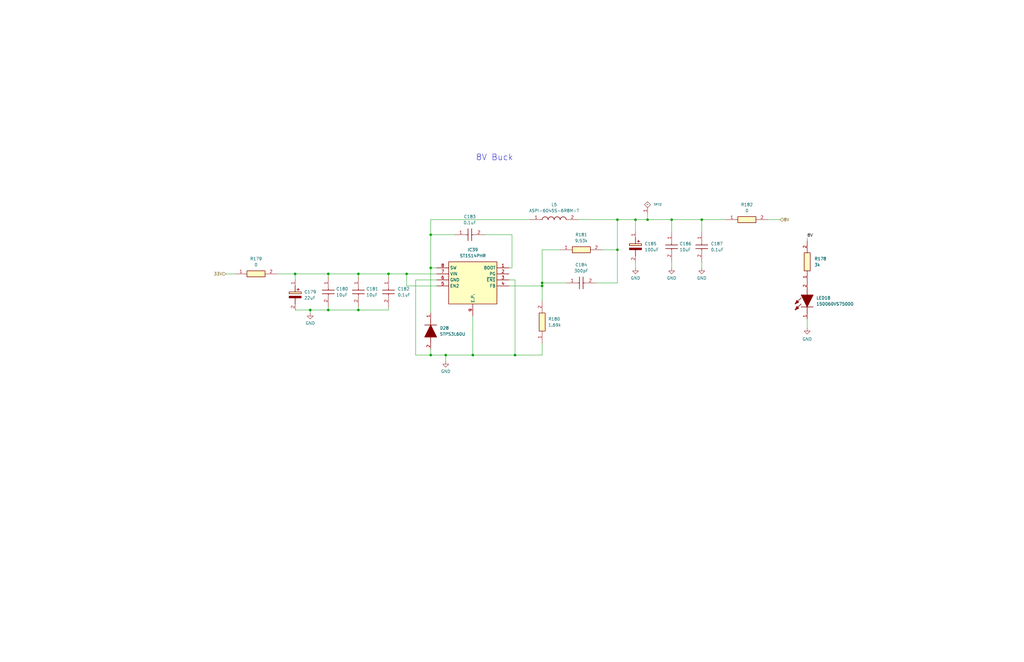
<source format=kicad_sch>
(kicad_sch (version 20231120) (generator "eeschema") (generator_version "8.0")
  (paper "B")
  (title_block (title "Audio System") (date "2025-02-06") (rev "P1") (company "Wolfe Engineering"))
  (lib_symbols
    (symbol "1 Audio Amp:150060VS75000" (pin_names hide)
      (property "Reference" "LED" (at 12.7 8.89 0))
      (property "Value" "150060VS75000" (at 12.7 6.35 0))
      (symbol "150060VS75000_1_1"
        (polyline (pts (xy 2.54 0) (xy 5.08 0)) (stroke (width 0.254)))
        (polyline (pts (xy 5.08 2.54) (xy 5.08 -2.54)) (stroke (width 0.254)))
        (polyline (pts (xy 6.35 2.54) (xy 3.81 5.08)) (stroke (width 0.254)))
        (polyline (pts (xy 8.89 2.54) (xy 6.35 5.08)) (stroke (width 0.254)))
        (polyline (pts (xy 10.16 0) (xy 12.7 0)) (stroke (width 0.254)))
        (polyline (pts (xy 5.08 0) (xy 10.16 2.54) (xy 10.16 -2.54) (xy 5.08 0)) (stroke (width 0.254)) (fill (type outline)))
        (polyline (pts (xy 5.334 4.318) (xy 4.572 3.556) (xy 3.81 5.08) (xy 5.334 4.318)) (stroke (width 0.254)) (fill (type outline)))
        (polyline (pts (xy 7.874 4.318) (xy 7.112 3.556) (xy 6.35 5.08) (xy 7.874 4.318)) (stroke (width 0.254)) (fill (type outline)))
        (pin passive line (at 0 0 0) (length 2.54) (name "K") (number "1"))
        (pin passive line (at 15.24 0 180) (length 2.54) (name "A") (number "2"))
      )
    )
    (symbol "1 Audio Amp:RC0603JR-070RL" (pin_names hide)
      (property "Reference" "R" (at 13.97 6.35 0))
      (property "Value" "RC0603JR-070RL" (at 13.97 3.81 0))
      (symbol "RC0603JR-070RL_1_1"
        (rectangle (start 5.08 1.27) (end 12.7 -1.27) (stroke (width 0.254)) (fill (type background)))
        (pin passive line (at 0 0 0) (length 5.08) (name "1") (number "1"))
        (pin passive line (at 17.78 0 180) (length 5.08) (name "2") (number "2"))
      )
    )
    (symbol "Audio System:865080343009" (pin_names hide)
      (property "Reference" "C" (at 8.89 6.35 0))
      (property "Value" "865080343009" (at 8.89 3.81 0))
      (symbol "865080343009_1_1"
        (polyline (pts (xy 2.54 0) (xy 5.08 0)) (stroke (width 0.254)))
        (polyline (pts (xy 4.064 1.778) (xy 4.064 0.762)) (stroke (width 0.254)))
        (polyline (pts (xy 4.572 1.27) (xy 3.556 1.27)) (stroke (width 0.254)))
        (polyline (pts (xy 7.62 0) (xy 10.16 0)) (stroke (width 0.254)))
        (polyline (pts (xy 7.62 2.54) (xy 7.62 -2.54) (xy 6.858 -2.54) (xy 6.858 2.54) (xy 7.62 2.54)) (stroke (width 0.254)) (fill (type outline)))
        (rectangle (start 5.08 2.54) (end 5.842 -2.54) (stroke (width 0.254)) (fill (type background)))
        (pin passive line (at 0 0 0) (length 2.54) (name "+") (number "1"))
        (pin passive line (at 12.7 0 180) (length 2.54) (name "-") (number "2"))
      )
    )
    (symbol "Audio System:ASPI-6045S-6R8M-T" (pin_names hide)
      (property "Reference" "L" (at 16.51 6.35 0))
      (property "Value" "ASPI-6045S-6R8M-T" (at 16.51 3.81 0))
      (symbol "ASPI-6045S-6R8M-T_1_1"
        (arc (start 7.62 0) (mid 6.35 1.219) (end 5.08 0) (stroke (width 0.254)))
        (arc (start 10.16 0) (mid 8.89 1.219) (end 7.62 0) (stroke (width 0.254)))
        (arc (start 12.7 0) (mid 11.43 1.219) (end 10.16 0) (stroke (width 0.254)))
        (arc (start 15.24 0) (mid 13.97 1.219) (end 12.7 0) (stroke (width 0.254)))
        (pin passive line (at 0 0 0) (length 5.08) (name "1") (number "1"))
        (pin passive line (at 20.32 0 180) (length 5.08) (name "2") (number "2"))
      )
    )
    (symbol "Audio System:C0603C104M5RACTU" (pin_names hide)
      (property "Reference" "C" (at 8.89 6.35 0))
      (property "Value" "C0603C104M5RACTU" (at 8.89 3.81 0))
      (symbol "C0603C104M5RACTU_1_1"
        (polyline (pts (xy 5.08 0) (xy 5.588 0)) (stroke (width 0.254)))
        (polyline (pts (xy 5.588 2.54) (xy 5.588 -2.54)) (stroke (width 0.254)))
        (polyline (pts (xy 7.112 0) (xy 7.62 0)) (stroke (width 0.254)))
        (polyline (pts (xy 7.112 2.54) (xy 7.112 -2.54)) (stroke (width 0.254)))
        (pin passive line (at 0 0 0) (length 5.08) (name "1") (number "1"))
        (pin passive line (at 12.7 0 180) (length 5.08) (name "2") (number "2"))
      )
    )
    (symbol "Audio System:CL31A106MBHNNNE" (pin_names hide)
      (property "Reference" "C" (at 8.89 6.35 0))
      (property "Value" "CL31A106MBHNNNE" (at 8.89 3.81 0))
      (symbol "CL31A106MBHNNNE_1_1"
        (polyline (pts (xy 5.08 0) (xy 5.588 0)) (stroke (width 0.254)))
        (polyline (pts (xy 5.588 2.54) (xy 5.588 -2.54)) (stroke (width 0.254)))
        (polyline (pts (xy 7.112 0) (xy 7.62 0)) (stroke (width 0.254)))
        (polyline (pts (xy 7.112 2.54) (xy 7.112 -2.54)) (stroke (width 0.254)))
        (pin passive line (at 0 0 0) (length 5.08) (name "1") (number "1"))
        (pin passive line (at 12.7 0 180) (length 5.08) (name "2") (number "2"))
      )
    )
    (symbol "Audio System:EEU-FR1H100B" (pin_names hide)
      (property "Reference" "C" (at 8.89 6.35 0))
      (property "Value" "EEU-FR1H100B" (at 8.89 3.81 0))
      (symbol "EEU-FR1H100B_1_1"
        (polyline (pts (xy 2.54 0) (xy 5.08 0)) (stroke (width 0.254)))
        (polyline (pts (xy 4.064 1.778) (xy 4.064 0.762)) (stroke (width 0.254)))
        (polyline (pts (xy 4.572 1.27) (xy 3.556 1.27)) (stroke (width 0.254)))
        (polyline (pts (xy 7.62 0) (xy 10.16 0)) (stroke (width 0.254)))
        (polyline (pts (xy 7.62 2.54) (xy 7.62 -2.54) (xy 6.858 -2.54) (xy 6.858 2.54) (xy 7.62 2.54)) (stroke (width 0.254)) (fill (type outline)))
        (rectangle (start 5.08 2.54) (end 5.842 -2.54) (stroke (width 0.254)) (fill (type background)))
        (pin passive line (at 0 0 0) (length 2.54) (name "+") (number "1"))
        (pin passive line (at 12.7 0 180) (length 2.54) (name "-") (number "2"))
      )
    )
    (symbol "Audio System:GCM1555C1H301JA16D" (pin_names hide)
      (property "Reference" "C" (at 8.89 6.35 0))
      (property "Value" "GCM1555C1H301JA16D" (at 8.89 3.81 0))
      (symbol "GCM1555C1H301JA16D_1_1"
        (polyline (pts (xy 5.08 0) (xy 5.588 0)) (stroke (width 0.254)))
        (polyline (pts (xy 5.588 2.54) (xy 5.588 -2.54)) (stroke (width 0.254)))
        (polyline (pts (xy 7.112 0) (xy 7.62 0)) (stroke (width 0.254)))
        (polyline (pts (xy 7.112 2.54) (xy 7.112 -2.54)) (stroke (width 0.254)))
        (pin passive line (at 0 0 0) (length 5.08) (name "1") (number "1"))
        (pin passive line (at 12.7 0 180) (length 5.08) (name "2") (number "2"))
      )
    )
    (symbol "Audio System:RC0603FR-071K69L" (pin_names hide)
      (property "Reference" "R" (at 13.97 6.35 0))
      (property "Value" "RC0603FR-071K69L" (at 13.97 3.81 0))
      (symbol "RC0603FR-071K69L_1_1"
        (rectangle (start 5.08 1.27) (end 12.7 -1.27) (stroke (width 0.254)) (fill (type background)))
        (pin passive line (at 0 0 0) (length 5.08) (name "1") (number "1"))
        (pin passive line (at 17.78 0 180) (length 5.08) (name "2") (number "2"))
      )
    )
    (symbol "Audio System:RC0603FR-073KL" (pin_names hide)
      (property "Reference" "R" (at 13.97 6.35 0))
      (property "Value" "RC0603FR-073KL" (at 13.97 3.81 0))
      (symbol "RC0603FR-073KL_1_1"
        (rectangle (start 5.08 1.27) (end 12.7 -1.27) (stroke (width 0.254)) (fill (type background)))
        (pin passive line (at 0 0 0) (length 5.08) (name "1") (number "1"))
        (pin passive line (at 17.78 0 180) (length 5.08) (name "2") (number "2"))
      )
    )
    (symbol "Audio System:RC0603FR-079K53L" (pin_names hide)
      (property "Reference" "R" (at 13.97 6.35 0))
      (property "Value" "RC0603FR-079K53L" (at 13.97 3.81 0))
      (symbol "RC0603FR-079K53L_1_1"
        (rectangle (start 5.08 1.27) (end 12.7 -1.27) (stroke (width 0.254)) (fill (type background)))
        (pin passive line (at 0 0 0) (length 5.08) (name "1") (number "1"))
        (pin passive line (at 17.78 0 180) (length 5.08) (name "2") (number "2"))
      )
    )
    (symbol "Audio System:ST1S14PHR"
      (property "Reference" "IC" (at 26.67 7.62 0))
      (property "Value" "ST1S14PHR" (at 26.67 5.08 0))
      (symbol "ST1S14PHR_1_1"
        (rectangle (start 5.08 2.54) (end 25.4 -15.24) (stroke (width 0.254)) (fill (type background)))
        (pin passive line (at 0 0 0) (length 5.08) (name "BOOT") (number "1"))
        (pin passive line (at 0 -2.54 0) (length 5.08) (name "PG") (number "2"))
        (pin passive line (at 0 -5.08 0) (length 5.08) (name "~{EN1}") (number "3"))
        (pin passive line (at 0 -7.62 0) (length 5.08) (name "FB") (number "4"))
        (pin passive line (at 30.48 -7.62 180) (length 5.08) (name "EN2") (number "5"))
        (pin passive line (at 30.48 -5.08 180) (length 5.08) (name "GND") (number "6"))
        (pin passive line (at 30.48 -2.54 180) (length 5.08) (name "VIN") (number "7"))
        (pin passive line (at 30.48 0 180) (length 5.08) (name "SW") (number "8"))
        (pin passive line (at 15.24 -20.32 90) (length 5.08) (name "E.P.") (number "9"))
      )
    )
    (symbol "Audio System:STPS3L60U" (pin_names hide)
      (property "Reference" "D" (at 11.43 5.08 0))
      (property "Value" "STPS3L60U" (at 11.43 2.54 0))
      (symbol "STPS3L60U_1_1"
        (polyline (pts (xy 2.54 0) (xy 5.08 0)) (stroke (width 0.254)))
        (polyline (pts (xy 5.08 2.54) (xy 5.08 -2.54)) (stroke (width 0.254)))
        (polyline (pts (xy 10.16 0) (xy 12.7 0)) (stroke (width 0.254)))
        (polyline (pts (xy 5.08 0) (xy 10.16 2.54) (xy 10.16 -2.54) (xy 5.08 0)) (stroke (width 0.254)) (fill (type outline)))
        (pin passive line (at 0 0 0) (length 2.54) (name "K") (number "1"))
        (pin passive line (at 15.24 0 180) (length 2.54) (name "A") (number "2"))
      )
    )
    (symbol "Audio System:TP"
      (property "Reference" "TP" (at 2.54 -1.27 0))
      (symbol "TP_0_1"
        (polyline (pts (xy 0 -1.27) (xy 1.27 0) (xy 0 1.27) (xy -1.27 0) (xy 0 -1.27)))
      )
      (symbol "TP_1_1"
        (pin input line (at 0 -3.81 90) (length 2.54) (name "") (number "1"))
      )
    )
    (symbol "GND_1" (power) (pin_names (offset 0))
      (property "Value" "GND" (at 0 -3.81 0))
      (symbol "GND_1_0_1"
        (polyline (pts (xy 0 0) (xy 0 -1.27) (xy 1.27 -1.27) (xy 0 -2.54) (xy -1.27 -1.27) (xy 0 -1.27)))
      )
      (symbol "GND_1_1_1"
        (pin power_in line (at 0 0 270) (length 0) hide (name "GND") (number "1"))
      )
    )
    (symbol "GND_2" (power) (pin_names (offset 0))
      (property "Value" "GND" (at 0 -3.81 0))
      (symbol "GND_2_0_1"
        (polyline (pts (xy 0 0) (xy 0 -1.27) (xy 1.27 -1.27) (xy 0 -2.54) (xy -1.27 -1.27) (xy 0 -1.27)))
      )
      (symbol "GND_2_1_1"
        (pin power_in line (at 0 0 270) (length 0) hide (name "GND") (number "1"))
      )
    )
    (symbol "GND_20" (power) (pin_names (offset 0))
      (property "Value" "GND" (at 0 -3.81 0))
      (symbol "GND_20_0_1"
        (polyline (pts (xy 0 0) (xy 0 -1.27) (xy 1.27 -1.27) (xy 0 -2.54) (xy -1.27 -1.27) (xy 0 -1.27)))
      )
      (symbol "GND_20_1_1"
        (pin power_in line (at 0 0 270) (length 0) hide (name "GND") (number "1"))
      )
    )
    (symbol "GND_3" (power) (pin_names (offset 0))
      (property "Value" "GND" (at 0 -3.81 0))
      (symbol "GND_3_0_1"
        (polyline (pts (xy 0 0) (xy 0 -1.27) (xy 1.27 -1.27) (xy 0 -2.54) (xy -1.27 -1.27) (xy 0 -1.27)))
      )
      (symbol "GND_3_1_1"
        (pin power_in line (at 0 0 270) (length 0) hide (name "GND") (number "1"))
      )
    )
    (symbol "GND_4" (power) (pin_names (offset 0))
      (property "Value" "GND" (at 0 -3.81 0))
      (symbol "GND_4_0_1"
        (polyline (pts (xy 0 0) (xy 0 -1.27) (xy 1.27 -1.27) (xy 0 -2.54) (xy -1.27 -1.27) (xy 0 -1.27)))
      )
      (symbol "GND_4_1_1"
        (pin power_in line (at 0 0 270) (length 0) hide (name "GND") (number "1"))
      )
    )
    (symbol "power:GND" (power) (pin_names (offset 0))
      (property "Value" "GND" (at 0 -3.81 0))
      (symbol "GND_0_1"
        (polyline (pts (xy 0 0) (xy 0 -1.27) (xy 1.27 -1.27) (xy 0 -2.54) (xy -1.27 -1.27) (xy 0 -1.27)))
      )
      (symbol "GND_1_1"
        (pin power_in line (at 0 0 270) (length 0) hide (name "GND") (number "1"))
      )
    )
  )
  (junction (at 151.13 130.81))
  (junction (at 228.6 120.65))
  (junction (at 187.96 149.86))
  (junction (at 171.45 115.57))
  (junction (at 283.21 92.71))
  (junction (at 260.35 105.41))
  (junction (at 228.6 119.38))
  (junction (at 295.91 92.71))
  (junction (at 181.61 99.06))
  (junction (at 181.61 149.86))
  (junction (at 124.46 115.57))
  (junction (at 199.39 149.86))
  (junction (at 138.43 115.57))
  (junction (at 130.81 130.81))
  (junction (at 151.13 115.57))
  (junction (at 267.97 92.71))
  (junction (at 163.83 115.57))
  (junction (at 181.61 113.03))
  (junction (at 260.35 92.71))
  (junction (at 273.05 92.71))
  (junction (at 138.43 130.81))
  (junction (at 217.17 149.86))
  (wire (pts (xy 124.46 130.81) (xy 130.81 130.81)))
  (wire (pts (xy 283.21 110.49) (xy 283.21 113.03)))
  (wire (pts (xy 181.61 92.71) (xy 223.52 92.71)))
  (wire (pts (xy 181.61 99.06) (xy 181.61 113.03)))
  (wire (pts (xy 138.43 129.54) (xy 138.43 130.81)))
  (wire (pts (xy 191.77 99.06) (xy 181.61 99.06)))
  (wire (pts (xy 171.45 120.65) (xy 171.45 115.57)))
  (wire (pts (xy 181.61 113.03) (xy 184.15 113.03)))
  (wire (pts (xy 163.83 129.54) (xy 163.83 130.81)))
  (wire (pts (xy 130.81 130.81) (xy 130.81 132.08)))
  (wire (pts (xy 184.15 118.11) (xy 175.26 118.11)))
  (wire (pts (xy 228.6 149.86) (xy 228.6 144.78)))
  (wire (pts (xy 214.63 120.65) (xy 228.6 120.65)))
  (wire (pts (xy 175.26 118.11) (xy 175.26 149.86)))
  (wire (pts (xy 163.83 130.81) (xy 151.13 130.81)))
  (wire (pts (xy 181.61 99.06) (xy 181.61 92.71)))
  (wire (pts (xy 267.97 92.71) (xy 273.05 92.71)))
  (wire (pts (xy 295.91 92.71) (xy 295.91 97.79)))
  (wire (pts (xy 187.96 149.86) (xy 187.96 152.4)))
  (wire (pts (xy 267.97 92.71) (xy 267.97 97.79)))
  (wire (pts (xy 267.97 110.49) (xy 267.97 113.03)))
  (wire (pts (xy 228.6 105.41) (xy 228.6 119.38)))
  (wire (pts (xy 163.83 115.57) (xy 163.83 116.84)))
  (wire (pts (xy 295.91 110.49) (xy 295.91 113.03)))
  (wire (pts (xy 340.36 100.33) (xy 340.36 101.6)))
  (wire (pts (xy 181.61 147.32) (xy 181.61 149.86)))
  (wire (pts (xy 151.13 116.84) (xy 151.13 115.57)))
  (wire (pts (xy 228.6 149.86) (xy 217.17 149.86)))
  (wire (pts (xy 254 105.41) (xy 260.35 105.41)))
  (wire (pts (xy 243.84 92.71) (xy 260.35 92.71)))
  (wire (pts (xy 181.61 149.86) (xy 175.26 149.86)))
  (wire (pts (xy 260.35 92.71) (xy 260.35 105.41)))
  (wire (pts (xy 215.9 99.06) (xy 204.47 99.06)))
  (wire (pts (xy 215.9 113.03) (xy 215.9 99.06)))
  (wire (pts (xy 151.13 115.57) (xy 163.83 115.57)))
  (wire (pts (xy 217.17 149.86) (xy 199.39 149.86)))
  (wire (pts (xy 124.46 115.57) (xy 124.46 118.11)))
  (wire (pts (xy 184.15 120.65) (xy 171.45 120.65)))
  (wire (pts (xy 228.6 120.65) (xy 228.6 127)))
  (wire (pts (xy 138.43 130.81) (xy 151.13 130.81)))
  (wire (pts (xy 273.05 90.17) (xy 273.05 92.71)))
  (wire (pts (xy 295.91 92.71) (xy 306.07 92.71)))
  (wire (pts (xy 181.61 113.03) (xy 181.61 132.08)))
  (wire (pts (xy 163.83 115.57) (xy 171.45 115.57)))
  (wire (pts (xy 199.39 133.35) (xy 199.39 149.86)))
  (wire (pts (xy 138.43 116.84) (xy 138.43 115.57)))
  (wire (pts (xy 214.63 113.03) (xy 215.9 113.03)))
  (wire (pts (xy 217.17 118.11) (xy 217.17 149.86)))
  (wire (pts (xy 214.63 118.11) (xy 217.17 118.11)))
  (wire (pts (xy 283.21 92.71) (xy 295.91 92.71)))
  (wire (pts (xy 228.6 119.38) (xy 228.6 120.65)))
  (wire (pts (xy 238.76 119.38) (xy 228.6 119.38)))
  (wire (pts (xy 124.46 115.57) (xy 138.43 115.57)))
  (wire (pts (xy 171.45 115.57) (xy 184.15 115.57)))
  (wire (pts (xy 151.13 130.81) (xy 151.13 129.54)))
  (wire (pts (xy 130.81 130.81) (xy 138.43 130.81)))
  (wire (pts (xy 95.25 115.57) (xy 99.06 115.57)))
  (wire (pts (xy 283.21 92.71) (xy 283.21 97.79)))
  (wire (pts (xy 187.96 149.86) (xy 199.39 149.86)))
  (wire (pts (xy 260.35 92.71) (xy 267.97 92.71)))
  (wire (pts (xy 251.46 119.38) (xy 260.35 119.38)))
  (wire (pts (xy 260.35 105.41) (xy 260.35 119.38)))
  (wire (pts (xy 236.22 105.41) (xy 228.6 105.41)))
  (wire (pts (xy 273.05 92.71) (xy 283.21 92.71)))
  (wire (pts (xy 138.43 115.57) (xy 151.13 115.57)))
  (wire (pts (xy 340.36 134.62) (xy 340.36 138.43)))
  (wire (pts (xy 187.96 149.86) (xy 181.61 149.86)))
  (wire (pts (xy 116.84 115.57) (xy 124.46 115.57)))
  (wire (pts (xy 323.85 92.71) (xy 328.93 92.71)))
  (text "8V Buck" (at 208.534 66.548 0) (effects (font (size 2.54 2.54))))
  (label "8V" (at 340.36 100.33 0))
  (hierarchical_label "8V" (shape input) (at 328.93 92.71 0))
  (hierarchical_label "33V" (shape input) (at 95.25 115.57 180))
  (symbol (lib_id "power:GND") (at 295.91 113.03 0) (unit 1)
    (property "Reference" "#PWR0235" (effects (hide yes)))
    (property "Value" "GND" (at 295.91 117.348 0))
  )
  (symbol (lib_name "GND_4") (lib_id "power:GND") (at 283.21 113.03 0) (unit 1)
    (property "Reference" "#PWR0234" (effects (hide yes)))
    (property "Value" "GND" (at 283.21 117.348 0))
  )
  (symbol (lib_name "GND_2") (lib_id "power:GND") (at 130.81 132.08 0) (unit 1)
    (property "Reference" "#PWR0231" (effects (hide yes)))
    (property "Value" "GND" (at 130.81 136.398 0))
  )
  (symbol (lib_id "Audio System:CL31A106MBHNNNE") (at 283.21 97.79 270) (unit 1)
    (property "Reference" "C186" (at 286.512 102.87 90) (effects (justify left)))
    (property "Value" "10uF" (at 286.512 105.41 90) (effects (justify left)))
    (property "Footprint" "1 Audio Amp:CAPC3216X180N" (effects (hide yes)))
    (property "Datasheet" "https://media.digikey.com/pdf/Data%20Sheets/Samsung%20PDFs/CL_Series_MLCC_ds.pdf" (effects (hide yes)))
    (property "Height" "1.8" (effects (hide yes)))
    (property "Manufacturer_Name" "SAMSUNG" (effects (hide yes)))
    (property "Manufacturer_Part_Number" "CL31A106MBHNNNE" (effects (hide yes)))
    (property "Mouser Part Number" "187-CL31A106MBHNNNE" (effects (hide yes)))
    (property "Mouser Price/Stock" "https://www.mouser.co.uk/ProductDetail/Samsung-Electro-Mechanics/CL31A106MBHNNNE?qs=vLWxofP3U2ynwxdpGjlUyw%3D%3D" (effects (hide yes)))
    (property "Arrow Part Number" "CL31A106MBHNNNE" (effects (hide yes)))
    (property "Arrow Price/Stock" "https://www.arrow.com/en/products/cl31a106mbhnnne/samsung-electro-mechanics?region=nac" (effects (hide yes)))
  )
  (symbol (lib_id "Audio System:GCM1555C1H301JA16D") (at 238.76 119.38 0) (unit 1)
    (property "Reference" "C184" (at 245.11 111.76 0))
    (property "Value" "300pF" (at 245.11 114.3 0))
    (property "Footprint" "1 Audio Amp:GCM155" (effects (hide yes)))
    (property "Datasheet" "https://search.murata.co.jp/Ceramy/image/img/A01X/G101/ENG/GCM1555C1H301JA16-01.pdf" (effects (hide yes)))
    (property "Height" "0.55" (effects (hide yes)))
    (property "Manufacturer_Name" "Murata Electronics" (effects (hide yes)))
    (property "Manufacturer_Part_Number" "GCM1555C1H301JA16D" (effects (hide yes)))
    (property "Mouser Part Number" "81-GCM1555C1H301JA6D" (effects (hide yes)))
    (property "Mouser Price/Stock" "https://www.mouser.com/Search/Refine.aspx?Keyword=81-GCM1555C1H301JA6D" (effects (hide yes)))
  )
  (symbol (lib_id "Audio System:ST1S14PHR") (at 214.63 113.03 0) (mirror y) (unit 1)
    (property "Reference" "IC39" (at 199.39 105.41 0))
    (property "Value" "ST1S14PHR" (at 199.39 107.95 0))
    (property "Footprint" "1 Audio Amp:SOIC127P600X175-9N" (effects (hide yes)))
    (property "Datasheet" "http://www.st.com/web/en/resource/technical/document/datasheet/CD00285678.pdf" (effects (hide yes)))
    (property "Height" "1.75" (effects (hide yes)))
    (property "Manufacturer_Name" "STMicroelectronics" (effects (hide yes)))
    (property "Manufacturer_Part_Number" "ST1S14PHR" (effects (hide yes)))
    (property "Mouser Part Number" "511-ST1S14PHR" (effects (hide yes)))
    (property "Mouser Price/Stock" "https://www.mouser.co.uk/ProductDetail/STMicroelectronics/ST1S14PHR?qs=NQm4g1eHia4Ogn8sLa%252BqDg%3D%3D" (effects (hide yes)))
    (property "Arrow Part Number" "ST1S14PHR" (effects (hide yes)))
    (property "Arrow Price/Stock" "https://www.arrow.com/en/products/st1s14phr/stmicroelectronics?region=europe" (effects (hide yes)))
  )
  (symbol (lib_id "Audio System:ASPI-6045S-6R8M-T") (at 223.52 92.71 0) (unit 1)
    (property "Reference" "L5" (at 233.68 86.36 0))
    (property "Value" "ASPI-6045S-6R8M-T" (at 233.68 88.9 0))
    (property "Footprint" "1 Audio Amp:ASPI-6045S" (effects (hide yes)))
    (property "Datasheet" "https://abracon.com/Magnetics/power/ASPI-6045S.pdf" (effects (hide yes)))
    (property "Height" "4.5" (effects (hide yes)))
    (property "Manufacturer_Name" "ABRACON" (effects (hide yes)))
    (property "Manufacturer_Part_Number" "ASPI-6045S-6R8M-T" (effects (hide yes)))
    (property "Mouser Part Number" "815-ASPI-6045S-6R8MT" (effects (hide yes)))
    (property "Mouser Price/Stock" "https://www.mouser.co.uk/ProductDetail/ABRACON/ASPI-6045S-6R8M-T?qs=Y3s8Jkk9bu9mAbWIGyDq8w%3D%3D" (effects (hide yes)))
    (property "Arrow Part Number" "ASPI-6045S-6R8M-T" (effects (hide yes)))
    (property "Arrow Price/Stock" "https://www.arrow.com/en/products/aspi-6045s-6r8m-t/abracon?region=europe" (effects (hide yes)))
  )
  (symbol (lib_name "GND_1") (lib_id "power:GND") (at 187.96 152.4 0) (unit 1)
    (property "Reference" "#PWR0232" (effects (hide yes)))
    (property "Value" "GND" (at 187.96 156.718 0))
  )
  (symbol (lib_id "Audio System:RC0603FR-079K53L") (at 236.22 105.41 0) (unit 1)
    (property "Reference" "R181" (at 245.11 99.06 0))
    (property "Value" "9.53k" (at 245.11 101.6 0))
    (property "Footprint" "1 Audio Amp:RESC1608X55N" (effects (hide yes)))
    (property "Datasheet" "http://www.yageo.com/documents/recent/PYu-RC0603_51_RoHS_L_v5.pdf" (effects (hide yes)))
    (property "Height" "0.55" (effects (hide yes)))
    (property "Manufacturer_Name" "KEMET" (effects (hide yes)))
    (property "Manufacturer_Part_Number" "RC0603FR-079K53L" (effects (hide yes)))
    (property "Mouser Part Number" "603-RC0603FR-079K53L" (effects (hide yes)))
    (property "Mouser Price/Stock" "https://www.mouser.co.uk/ProductDetail/Yageo/RC0603FR-079K53L?qs=2cAdsCoAWREFD9FeX3CIhg%3D%3D" (effects (hide yes)))
    (property "Arrow Part Number" "RC0603FR-079K53L" (effects (hide yes)))
    (property "Arrow Price/Stock" "https://www.arrow.com/en/products/rc0603fr-079k53l/yageo" (effects (hide yes)))
  )
  (symbol (lib_id "1 Audio Amp:RC0603JR-070RL") (at 99.06 115.57 0) (unit 1)
    (property "Reference" "R179" (at 107.95 109.22 0))
    (property "Value" "0" (at 107.95 111.76 0))
    (property "Footprint" "1 Audio Amp:RESC1608X55N" (effects (hide yes)))
    (property "Datasheet" "https://componentsearchengine.com/Datasheets/2/RC0603JR-070RL.pdf" (effects (hide yes)))
    (property "Description" "Yageo 0, 0603 (1608M) Thick Film SMD Resistor - RC0603JR-070RL" (effects (hide yes)))
    (property "Height" "0.55" (effects (hide yes)))
    (property "Manufacturer_Name" "YAGEO" (effects (hide yes)))
    (property "Manufacturer_Part_Number" "RC0603JR-070RL" (effects (hide yes)))
    (property "Mouser Part Number" "603-RC0603JR-070RL" (effects (hide yes)))
    (property "Mouser Price/Stock" "https://www.mouser.co.uk/ProductDetail/YAGEO/RC0603JR-070RL?qs=2cAdsCoAWRGWyPcuXgGiXQ%3D%3D" (effects (hide yes)))
    (property "Arrow Part Number" "RC0603JR-070RL" (effects (hide yes)))
    (property "Arrow Price/Stock" "https://www.arrow.com/en/products/rc0603jr-070rl/yageo?utm_currency=USD&region=nac" (effects (hide yes)))
  )
  (symbol (lib_id "Audio System:EEU-FR1H100B") (at 124.46 118.11 270) (unit 1)
    (property "Reference" "C179" (at 128.27 123.19 90) (effects (justify left)))
    (property "Value" "22uF" (at 128.27 125.73 90) (effects (justify left)))
    (property "Footprint" "1 Audio Amp:CAPPRD200W55D500H1250" (effects (hide yes)))
    (property "Datasheet" "http://industrial.panasonic.com/cdbs/www-data/pdf/RDF0000/ABA0000C1259.pdf" (effects (hide yes)))
    (property "Height" "12.5" (effects (hide yes)))
    (property "Manufacturer_Name" "Panasonic" (effects (hide yes)))
    (property "Manufacturer_Part_Number" "EEU-FR1H100B" (effects (hide yes)))
    (property "Mouser Part Number" "667-EEU-FR1H100B" (effects (hide yes)))
    (property "Mouser Price/Stock" "https://www.mouser.co.uk/ProductDetail/Panasonic/EEU-FR1H100B?qs=tfZGHB2PWd1xuGJO0KXeNw%3D%3D" (effects (hide yes)))
    (property "Arrow Part Number" "EEU-FR1H100B" (effects (hide yes)))
    (property "Arrow Price/Stock" "https://www.arrow.com/en/products/eeu-fr1h100b/panasonic?region=nac" (effects (hide yes)))
  )
  (symbol (lib_id "Audio System:CL31A106MBHNNNE") (at 151.13 116.84 270) (unit 1)
    (property "Reference" "C181" (at 154.432 121.92 90) (effects (justify left)))
    (property "Value" "10uF" (at 154.432 124.46 90) (effects (justify left)))
    (property "Footprint" "1 Audio Amp:CAPC3216X180N" (effects (hide yes)))
    (property "Datasheet" "https://media.digikey.com/pdf/Data%20Sheets/Samsung%20PDFs/CL_Series_MLCC_ds.pdf" (effects (hide yes)))
    (property "Height" "1.8" (effects (hide yes)))
    (property "Manufacturer_Name" "SAMSUNG" (effects (hide yes)))
    (property "Manufacturer_Part_Number" "CL31A106MBHNNNE" (effects (hide yes)))
    (property "Mouser Part Number" "187-CL31A106MBHNNNE" (effects (hide yes)))
    (property "Mouser Price/Stock" "https://www.mouser.co.uk/ProductDetail/Samsung-Electro-Mechanics/CL31A106MBHNNNE?qs=vLWxofP3U2ynwxdpGjlUyw%3D%3D" (effects (hide yes)))
    (property "Arrow Part Number" "CL31A106MBHNNNE" (effects (hide yes)))
    (property "Arrow Price/Stock" "https://www.arrow.com/en/products/cl31a106mbhnnne/samsung-electro-mechanics?region=nac" (effects (hide yes)))
  )
  (symbol (lib_id "Audio System:C0603C104M5RACTU") (at 295.91 97.79 270) (unit 1)
    (property "Reference" "C187" (at 299.72 102.87 90) (effects (justify left)))
    (property "Value" "0.1uF" (at 299.72 105.41 90) (effects (justify left)))
    (property "Footprint" "1 Audio Amp:C0603" (effects (hide yes)))
    (property "Datasheet" "https://content.kemet.com/datasheets/KEM_C1002_X7R_SMD.pdf" (effects (hide yes)))
    (property "Height" "0.87" (effects (hide yes)))
    (property "Manufacturer_Name" "KEMET" (effects (hide yes)))
    (property "Manufacturer_Part_Number" "C0603C104M5RACTU" (effects (hide yes)))
    (property "Mouser Part Number" "80-C0603C104M5R" (effects (hide yes)))
    (property "Mouser Price/Stock" "https://www.mouser.co.uk/ProductDetail/KEMET/C0603C104M5RACTU?qs=YkRtRX%252BfoqJT%252B0m410IP4A%3D%3D" (effects (hide yes)))
    (property "Arrow Part Number" "C0603C104M5RACTU" (effects (hide yes)))
    (property "Arrow Price/Stock" "https://www.arrow.com/en/products/c0603c104m5ractu/kemet-corporation?utm_currency=USD&region=nac" (effects (hide yes)))
  )
  (symbol (lib_id "Audio System:RC0603FR-073KL") (at 340.36 119.38 90) (unit 1)
    (property "Reference" "R178" (at 343.408 109.22 90) (effects (justify right)))
    (property "Value" "3k" (at 343.408 111.76 90) (effects (justify right)))
    (property "Footprint" "1 Audio Amp:RESC1608X55N" (effects (hide yes)))
    (property "Datasheet" "http://www.yageo.com/documents/recent/PYu-RC0603_51_RoHS_L_v5.pdf" (effects (hide yes)))
    (property "Height" "0.55" (effects (hide yes)))
    (property "Manufacturer_Name" "KEMET" (effects (hide yes)))
    (property "Manufacturer_Part_Number" "RC0603FR-073KL" (effects (hide yes)))
    (property "Mouser Part Number" "603-RC0603FR-073KL" (effects (hide yes)))
    (property "Mouser Price/Stock" "https://www.mouser.co.uk/ProductDetail/YAGEO/RC0603FR-073KL?qs=gt6vzsuosg28N5hJbu0EKA%3D%3D" (effects (hide yes)))
  )
  (symbol (lib_id "Audio System:CL31A106MBHNNNE") (at 138.43 116.84 270) (unit 1)
    (property "Reference" "C180" (at 141.732 121.92 90) (effects (justify left)))
    (property "Value" "10uF" (at 141.732 124.46 90) (effects (justify left)))
    (property "Footprint" "1 Audio Amp:CAPC3216X180N" (effects (hide yes)))
    (property "Datasheet" "https://media.digikey.com/pdf/Data%20Sheets/Samsung%20PDFs/CL_Series_MLCC_ds.pdf" (effects (hide yes)))
    (property "Height" "1.8" (effects (hide yes)))
    (property "Manufacturer_Name" "SAMSUNG" (effects (hide yes)))
    (property "Manufacturer_Part_Number" "CL31A106MBHNNNE" (effects (hide yes)))
    (property "Mouser Part Number" "187-CL31A106MBHNNNE" (effects (hide yes)))
    (property "Mouser Price/Stock" "https://www.mouser.co.uk/ProductDetail/Samsung-Electro-Mechanics/CL31A106MBHNNNE?qs=vLWxofP3U2ynwxdpGjlUyw%3D%3D" (effects (hide yes)))
    (property "Arrow Part Number" "CL31A106MBHNNNE" (effects (hide yes)))
    (property "Arrow Price/Stock" "https://www.arrow.com/en/products/cl31a106mbhnnne/samsung-electro-mechanics?region=nac" (effects (hide yes)))
  )
  (symbol (lib_id "1 Audio Amp:RC0603JR-070RL") (at 306.07 92.71 0) (unit 1)
    (property "Reference" "R182" (at 314.96 86.36 0))
    (property "Value" "0" (at 314.96 88.9 0))
    (property "Footprint" "1 Audio Amp:RESC1608X55N" (effects (hide yes)))
    (property "Datasheet" "https://componentsearchengine.com/Datasheets/2/RC0603JR-070RL.pdf" (effects (hide yes)))
    (property "Description" "Yageo 0, 0603 (1608M) Thick Film SMD Resistor - RC0603JR-070RL" (effects (hide yes)))
    (property "Height" "0.55" (effects (hide yes)))
    (property "Manufacturer_Name" "YAGEO" (effects (hide yes)))
    (property "Manufacturer_Part_Number" "RC0603JR-070RL" (effects (hide yes)))
    (property "Mouser Part Number" "603-RC0603JR-070RL" (effects (hide yes)))
    (property "Mouser Price/Stock" "https://www.mouser.co.uk/ProductDetail/YAGEO/RC0603JR-070RL?qs=2cAdsCoAWRGWyPcuXgGiXQ%3D%3D" (effects (hide yes)))
    (property "Arrow Part Number" "RC0603JR-070RL" (effects (hide yes)))
    (property "Arrow Price/Stock" "https://www.arrow.com/en/products/rc0603jr-070rl/yageo?utm_currency=USD&region=nac" (effects (hide yes)))
  )
  (symbol (lib_id "Audio System:C0603C104M5RACTU") (at 163.83 116.84 270) (unit 1)
    (property "Reference" "C182" (at 167.64 121.92 90) (effects (justify left)))
    (property "Value" "0.1uF" (at 167.64 124.46 90) (effects (justify left)))
    (property "Footprint" "1 Audio Amp:C0603" (effects (hide yes)))
    (property "Datasheet" "https://content.kemet.com/datasheets/KEM_C1002_X7R_SMD.pdf" (effects (hide yes)))
    (property "Height" "0.87" (effects (hide yes)))
    (property "Manufacturer_Name" "KEMET" (effects (hide yes)))
    (property "Manufacturer_Part_Number" "C0603C104M5RACTU" (effects (hide yes)))
    (property "Mouser Part Number" "80-C0603C104M5R" (effects (hide yes)))
    (property "Mouser Price/Stock" "https://www.mouser.co.uk/ProductDetail/KEMET/C0603C104M5RACTU?qs=YkRtRX%252BfoqJT%252B0m410IP4A%3D%3D" (effects (hide yes)))
    (property "Arrow Part Number" "C0603C104M5RACTU" (effects (hide yes)))
    (property "Arrow Price/Stock" "https://www.arrow.com/en/products/c0603c104m5ractu/kemet-corporation?utm_currency=USD&region=nac" (effects (hide yes)))
  )
  (symbol (lib_id "1 Audio Amp:150060VS75000") (at 340.36 134.62 90) (unit 1)
    (property "Reference" "LED18" (at 344.17 125.7299 90) (effects (justify right)))
    (property "Value" "150060VS75000" (at 344.17 128.2699 90) (effects (justify right)))
    (property "Footprint" "LEDC1608X80N" (effects (hide yes)))
    (property "Datasheet" "https://componentsearchengine.com/Datasheets/2/150060VS75000.pdf" (effects (hide yes)))
    (property "Description" "2.4 V Green LED 1608 (0603) SMD, Wurth Elektronik WL-SMCW 150060VS75000" (effects (hide yes)))
    (property "Height" "0.8" (effects (hide yes)))
    (property "Manufacturer_Name" "Wurth Elektronik" (effects (hide yes)))
    (property "Manufacturer_Part_Number" "150060VS75000" (effects (hide yes)))
    (property "Mouser Part Number" "710-150060VS75000" (effects (hide yes)))
    (property "Mouser Price/Stock" "https://www.mouser.co.uk/ProductDetail/Wurth-Elektronik/150060VS75000?qs=LlUlMxKIyB1Q1Bi5mQ%2FKLw%3D%3D" (effects (hide yes)))
  )
  (symbol (lib_id "Audio System:865080343009") (at 267.97 97.79 270) (unit 1)
    (property "Reference" "C185" (at 271.78 102.87 90) (effects (justify left)))
    (property "Value" "100uF" (at 271.78 105.41 90) (effects (justify left)))
    (property "Footprint" "1 Audio Amp:865080343009" (effects (hide yes)))
    (property "Datasheet" "https://www.we-online.com/components/products/datasheet/865080343009.pdf" (effects (hide yes)))
    (property "Height" "5" (effects (hide yes)))
    (property "Manufacturer_Name" "Wurth Elektronik" (effects (hide yes)))
    (property "Manufacturer_Part_Number" "865080343009" (effects (hide yes)))
    (property "Mouser Part Number" "710-865080343009" (effects (hide yes)))
    (property "Mouser Price/Stock" "https://www.mouser.co.uk/ProductDetail/Wurth-Elektronik/865080343009?qs=0KOYDY2FL28Gid9q%2FqirTQ%3D%3D" (effects (hide yes)))
  )
  (symbol (lib_id "Audio System:STPS3L60U") (at 181.61 132.08 270) (unit 1)
    (property "Reference" "D28" (at 185.42 138.43 90) (effects (justify left)))
    (property "Value" "STPS3L60U" (at 185.42 140.97 90) (effects (justify left)))
    (property "Footprint" "1 Audio Amp:SMBJ50CA" (effects (hide yes)))
    (property "Datasheet" "http://www.st.com/web/en/resource/technical/document/datasheet/CD00002286.pdf" (effects (hide yes)))
    (property "Height" "2.65" (effects (hide yes)))
    (property "Manufacturer_Name" "STMicroelectronics" (effects (hide yes)))
    (property "Manufacturer_Part_Number" "STPS3L60U" (effects (hide yes)))
    (property "Mouser Part Number" "511-STPS3L60U" (effects (hide yes)))
    (property "Mouser Price/Stock" "https://www.mouser.co.uk/ProductDetail/STMicroelectronics/STPS3L60U?qs=NP3vpjCFX6iwV3DBAjttBw%3D%3D" (effects (hide yes)))
    (property "Arrow Part Number" "STPS3L60U" (effects (hide yes)))
    (property "Arrow Price/Stock" "https://www.arrow.com/en/products/stps3l60u/stmicroelectronics?region=europe" (effects (hide yes)))
  )
  (symbol (lib_id "Audio System:RC0603FR-071K69L") (at 228.6 144.78 90) (unit 1)
    (property "Reference" "R180" (at 231.14 134.62 90) (effects (justify right)))
    (property "Value" "1.69k" (at 231.14 137.16 90) (effects (justify right)))
    (property "Footprint" "1 Audio Amp:RESC1608X55N" (effects (hide yes)))
    (property "Datasheet" "http://www.yageo.com/documents/recent/PYu-RC0603_51_RoHS_L_v5.pdf" (effects (hide yes)))
    (property "Height" "0.55" (effects (hide yes)))
    (property "Manufacturer_Name" "KEMET" (effects (hide yes)))
    (property "Manufacturer_Part_Number" "RC0603FR-071K69L" (effects (hide yes)))
    (property "Mouser Part Number" "603-RC0603FR-071K69L" (effects (hide yes)))
    (property "Mouser Price/Stock" "http://www.mouser.com/Search/ProductDetail.aspx?qs=VU8sRB4EgwCRCEnumkExQg%3d%3d" (effects (hide yes)))
    (property "Arrow Part Number" "RC0603FR-071K69L" (effects (hide yes)))
    (property "Arrow Price/Stock" "https://www.arrow.com/en/products/rc0603fr-071k69l/yageo" (effects (hide yes)))
  )
  (symbol (lib_id "Audio System:C0603C104M5RACTU") (at 191.77 99.06 0) (unit 1)
    (property "Reference" "C183" (at 198.12 91.44 0))
    (property "Value" "0.1uF" (at 198.12 93.98 0))
    (property "Footprint" "1 Audio Amp:C0603" (effects (hide yes)))
    (property "Datasheet" "https://content.kemet.com/datasheets/KEM_C1002_X7R_SMD.pdf" (effects (hide yes)))
    (property "Height" "0.87" (effects (hide yes)))
    (property "Manufacturer_Name" "KEMET" (effects (hide yes)))
    (property "Manufacturer_Part_Number" "C0603C104M5RACTU" (effects (hide yes)))
    (property "Mouser Part Number" "80-C0603C104M5R" (effects (hide yes)))
    (property "Mouser Price/Stock" "https://www.mouser.co.uk/ProductDetail/KEMET/C0603C104M5RACTU?qs=YkRtRX%252BfoqJT%252B0m410IP4A%3D%3D" (effects (hide yes)))
    (property "Arrow Part Number" "C0603C104M5RACTU" (effects (hide yes)))
    (property "Arrow Price/Stock" "https://www.arrow.com/en/products/c0603c104m5ractu/kemet-corporation?utm_currency=USD&region=nac" (effects (hide yes)))
  )
  (symbol (lib_name "GND_20") (lib_id "power:GND") (at 340.36 138.43 0) (unit 1)
    (property "Reference" "#PWR038" (effects (hide yes)))
    (property "Value" "GND" (at 340.36 143.129 0))
  )
  (symbol (lib_name "GND_3") (lib_id "power:GND") (at 267.97 113.03 0) (unit 1)
    (property "Reference" "#PWR0233" (effects (hide yes)))
    (property "Value" "GND" (at 267.97 117.348 0))
  )
  (symbol (lib_id "Audio System:TP") (at 273.05 86.36 0) (unit 1) (exclude_from_sim yes) (in_bom no)
    (property "Reference" "TP72" (at 275.59 86.3599 0) (effects (font (size 0.9 0.9)) (justify left)))
    (property "Value" "~" (at 273.05 86.36 0))
    (property "Footprint" "1 Audio Amp:TP" (effects (hide yes)))
  )
)
</source>
